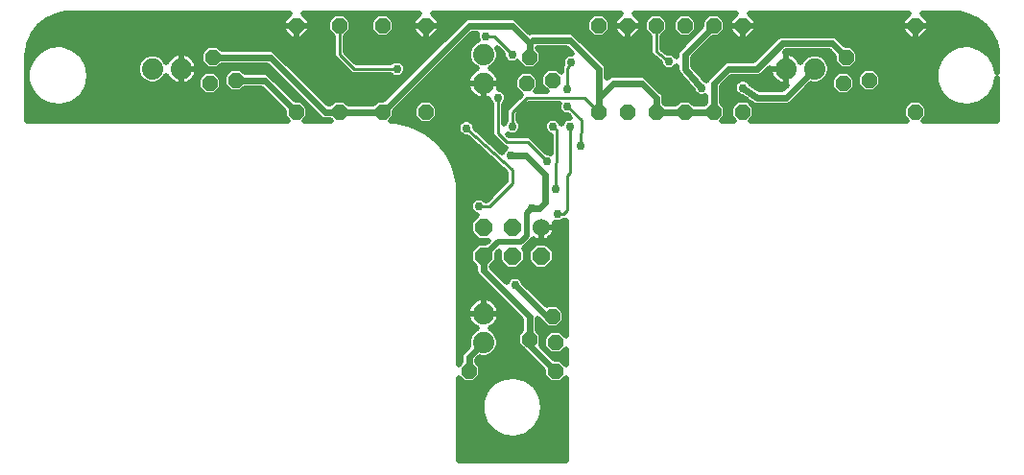
<source format=gbl>
G75*
%MOIN*%
%OFA0B0*%
%FSLAX25Y25*%
%IPPOS*%
%LPD*%
%AMOC8*
5,1,8,0,0,1.08239X$1,22.5*
%
%ADD10OC8,0.05200*%
%ADD11C,0.06000*%
%ADD12OC8,0.06000*%
%ADD13C,0.07400*%
%ADD14C,0.02400*%
%ADD15C,0.01000*%
%ADD16C,0.02978*%
%ADD17C,0.02000*%
D10*
X0167000Y0047000D03*
X0188000Y0058000D03*
X0197000Y0057000D03*
X0196000Y0066000D03*
X0197000Y0047000D03*
X0212000Y0137000D03*
X0222000Y0137000D03*
X0232000Y0137000D03*
X0242000Y0137000D03*
X0252000Y0137000D03*
X0262000Y0137000D03*
X0297000Y0147000D03*
X0306000Y0148000D03*
X0298000Y0156000D03*
X0322000Y0167000D03*
X0322000Y0137000D03*
X0262000Y0167000D03*
X0252000Y0167000D03*
X0242000Y0167000D03*
X0232000Y0167000D03*
X0222000Y0167000D03*
X0212000Y0167000D03*
X0188000Y0156000D03*
X0196000Y0148000D03*
X0187000Y0147000D03*
X0152000Y0137000D03*
X0137000Y0137000D03*
X0122000Y0137000D03*
X0107000Y0137000D03*
X0086000Y0148000D03*
X0077000Y0147000D03*
X0078000Y0156000D03*
X0107000Y0167000D03*
X0122000Y0167000D03*
X0137000Y0167000D03*
X0152000Y0167000D03*
D11*
X0192000Y0097000D03*
D12*
X0182000Y0097000D03*
X0172000Y0097000D03*
X0172000Y0087000D03*
X0182000Y0087000D03*
X0192000Y0087000D03*
D13*
X0172000Y0067000D03*
X0172000Y0057000D03*
X0172000Y0147000D03*
X0172000Y0157000D03*
X0067000Y0152000D03*
X0057000Y0152000D03*
X0277000Y0152000D03*
X0287000Y0152000D03*
D14*
X0277000Y0142000D01*
X0267000Y0142000D01*
X0262200Y0145400D01*
X0257000Y0152000D02*
X0252000Y0147000D01*
X0252000Y0137000D01*
X0242000Y0137000D01*
X0232000Y0137000D01*
X0232000Y0142000D01*
X0227000Y0147000D01*
X0217000Y0147000D01*
X0212000Y0142000D01*
X0212000Y0137000D01*
X0212000Y0152000D01*
X0202000Y0162000D01*
X0189000Y0162000D01*
X0188000Y0161000D01*
X0188000Y0156000D01*
X0188000Y0161000D02*
X0182000Y0167000D01*
X0167000Y0167000D01*
X0137000Y0137000D01*
X0122000Y0137000D01*
X0117000Y0137000D01*
X0098000Y0156000D01*
X0078000Y0156000D01*
X0086000Y0148000D02*
X0096000Y0148000D01*
X0107000Y0137000D01*
X0181552Y0122021D02*
X0186709Y0122021D01*
X0193419Y0115311D01*
X0193419Y0105616D01*
X0191303Y0103500D01*
X0188700Y0103500D01*
X0172000Y0087000D02*
X0172000Y0082000D01*
X0188000Y0066000D01*
X0188000Y0058000D01*
X0188000Y0056000D01*
X0197000Y0047000D01*
X0172000Y0057000D02*
X0167000Y0052000D01*
X0167000Y0047000D01*
X0194000Y0066000D02*
X0196000Y0066000D01*
X0194000Y0066000D02*
X0183000Y0077000D01*
X0247800Y0145400D02*
X0242000Y0152000D01*
X0242000Y0157000D01*
X0252000Y0167000D01*
X0267000Y0152000D02*
X0275900Y0160900D01*
X0293100Y0160900D01*
X0298000Y0156000D01*
X0267000Y0152000D02*
X0257000Y0152000D01*
D15*
X0236500Y0154611D02*
X0232000Y0158011D01*
X0232000Y0167000D01*
X0202500Y0154200D02*
X0201047Y0151947D01*
X0201047Y0145015D01*
X0207000Y0142000D02*
X0187000Y0142000D01*
X0182000Y0137000D01*
X0182000Y0132000D01*
X0177000Y0129700D02*
X0180000Y0126700D01*
X0187311Y0126700D01*
X0194119Y0119892D01*
X0192000Y0122011D01*
X0197108Y0119220D02*
X0197400Y0119512D01*
X0197400Y0130778D01*
X0196178Y0132000D01*
X0202000Y0132000D02*
X0202000Y0115966D01*
X0201855Y0115567D01*
X0201120Y0114833D01*
X0201120Y0102786D01*
X0199850Y0101515D01*
X0197797Y0101515D01*
X0197108Y0110100D02*
X0197108Y0119220D01*
X0201120Y0115086D02*
X0202000Y0115966D01*
X0205833Y0125362D02*
X0205933Y0133867D01*
X0205933Y0134167D01*
X0201200Y0138900D01*
X0207000Y0142000D02*
X0212000Y0137000D01*
X0177000Y0142000D02*
X0177000Y0129700D01*
X0166100Y0131400D02*
X0182000Y0117000D01*
X0182000Y0112244D01*
X0174056Y0104300D01*
X0170400Y0104300D01*
X0142000Y0152000D02*
X0127000Y0152000D01*
X0122000Y0157000D01*
X0122000Y0167000D01*
X0172800Y0163300D02*
X0172900Y0163300D01*
X0175700Y0163300D01*
X0182000Y0157000D01*
D16*
X0182000Y0157000D03*
X0172900Y0163300D03*
X0202500Y0154200D03*
X0201047Y0145015D03*
X0201200Y0138900D03*
X0202000Y0132000D03*
X0196178Y0132000D03*
X0188600Y0131600D03*
X0182000Y0132000D03*
X0166100Y0131400D03*
X0162000Y0137700D03*
X0177000Y0142000D03*
X0205833Y0125362D03*
X0194119Y0119892D03*
X0181552Y0122021D03*
X0167200Y0112900D03*
X0170400Y0104300D03*
X0188700Y0103500D03*
X0197797Y0101515D03*
X0197108Y0110100D03*
X0183000Y0077000D03*
X0287600Y0136100D03*
X0262200Y0145400D03*
X0247800Y0145400D03*
X0236500Y0154611D03*
X0142000Y0152000D03*
D17*
X0163380Y0044680D02*
X0163380Y0015860D01*
X0200620Y0015860D01*
X0200620Y0044680D01*
X0198740Y0042800D01*
X0195260Y0042800D01*
X0192800Y0045260D01*
X0192800Y0047240D01*
X0185626Y0054414D01*
X0185612Y0054448D01*
X0183800Y0056260D01*
X0183800Y0059740D01*
X0185200Y0061140D01*
X0185200Y0064840D01*
X0170414Y0079626D01*
X0170414Y0079626D01*
X0169626Y0080414D01*
X0169200Y0081443D01*
X0169200Y0083295D01*
X0167400Y0085095D01*
X0167400Y0088905D01*
X0170095Y0091600D01*
X0172923Y0091600D01*
X0173723Y0092400D01*
X0170095Y0092400D01*
X0167400Y0095095D01*
X0167400Y0098905D01*
X0169729Y0101234D01*
X0168650Y0101681D01*
X0167781Y0102550D01*
X0167311Y0103686D01*
X0167311Y0104914D01*
X0167781Y0106050D01*
X0168650Y0106919D01*
X0169786Y0107389D01*
X0171014Y0107389D01*
X0172150Y0106919D01*
X0172668Y0106400D01*
X0173186Y0106400D01*
X0179900Y0113114D01*
X0179900Y0116069D01*
X0166382Y0128311D01*
X0165486Y0128311D01*
X0164350Y0128781D01*
X0163481Y0129650D01*
X0163011Y0130786D01*
X0163011Y0132014D01*
X0163481Y0133150D01*
X0164350Y0134019D01*
X0165486Y0134489D01*
X0166714Y0134489D01*
X0167850Y0134019D01*
X0168719Y0133150D01*
X0169189Y0132014D01*
X0169189Y0131436D01*
X0178584Y0122927D01*
X0178933Y0123770D01*
X0179763Y0124600D01*
X0179130Y0124600D01*
X0177900Y0125830D01*
X0174900Y0128830D01*
X0174900Y0139732D01*
X0174381Y0140250D01*
X0173911Y0141386D01*
X0173911Y0141628D01*
X0173335Y0141440D01*
X0172449Y0141300D01*
X0172000Y0141300D01*
X0172000Y0147000D01*
X0177700Y0147000D01*
X0177700Y0147449D01*
X0177560Y0148335D01*
X0177282Y0149188D01*
X0176875Y0149987D01*
X0176348Y0150713D01*
X0175713Y0151348D01*
X0174987Y0151875D01*
X0174310Y0152220D01*
X0175002Y0152507D01*
X0176493Y0153998D01*
X0177300Y0155946D01*
X0177300Y0158054D01*
X0176822Y0159208D01*
X0178911Y0157119D01*
X0178911Y0156386D01*
X0179381Y0155250D01*
X0180250Y0154381D01*
X0181386Y0153911D01*
X0182614Y0153911D01*
X0183750Y0154381D01*
X0183800Y0154432D01*
X0183800Y0154260D01*
X0186260Y0151800D01*
X0189740Y0151800D01*
X0192200Y0154260D01*
X0192200Y0157740D01*
X0190800Y0159140D01*
X0190800Y0159200D01*
X0200840Y0159200D01*
X0202751Y0157289D01*
X0201886Y0157289D01*
X0200750Y0156819D01*
X0199881Y0155950D01*
X0199411Y0154814D01*
X0199411Y0153586D01*
X0199487Y0153402D01*
X0199404Y0153274D01*
X0198947Y0152817D01*
X0198947Y0152566D01*
X0198811Y0152354D01*
X0198947Y0151723D01*
X0198947Y0150992D01*
X0197740Y0152200D01*
X0194260Y0152200D01*
X0191800Y0149740D01*
X0191800Y0146260D01*
X0193960Y0144100D01*
X0190040Y0144100D01*
X0191200Y0145260D01*
X0191200Y0148740D01*
X0188740Y0151200D01*
X0185260Y0151200D01*
X0182800Y0148740D01*
X0182800Y0145260D01*
X0185045Y0143015D01*
X0181130Y0139100D01*
X0179900Y0137870D01*
X0179900Y0134268D01*
X0179381Y0133750D01*
X0179100Y0133071D01*
X0179100Y0139732D01*
X0179619Y0140250D01*
X0180089Y0141386D01*
X0180089Y0142614D01*
X0179619Y0143750D01*
X0178750Y0144619D01*
X0177614Y0145089D01*
X0177372Y0145089D01*
X0177560Y0145665D01*
X0177700Y0146551D01*
X0177700Y0147000D01*
X0172000Y0147000D01*
X0172000Y0147000D01*
X0172000Y0147000D01*
X0166300Y0147000D01*
X0166300Y0147449D01*
X0166440Y0148335D01*
X0166718Y0149188D01*
X0167125Y0149987D01*
X0167652Y0150713D01*
X0168287Y0151348D01*
X0169013Y0151875D01*
X0169690Y0152220D01*
X0168998Y0152507D01*
X0167507Y0153998D01*
X0166700Y0155946D01*
X0166700Y0158054D01*
X0167507Y0160002D01*
X0168998Y0161493D01*
X0170114Y0161955D01*
X0169811Y0162686D01*
X0169811Y0163914D01*
X0169929Y0164200D01*
X0168160Y0164200D01*
X0141200Y0137240D01*
X0141200Y0135260D01*
X0139910Y0133970D01*
X0141474Y0133970D01*
X0146898Y0132733D01*
X0146898Y0132733D01*
X0151910Y0130319D01*
X0151910Y0130319D01*
X0156260Y0126850D01*
X0156260Y0126850D01*
X0156260Y0126850D01*
X0159728Y0122501D01*
X0159728Y0122501D01*
X0162142Y0117489D01*
X0162142Y0117489D01*
X0163380Y0112065D01*
X0163380Y0049320D01*
X0164200Y0050140D01*
X0164200Y0052557D01*
X0164626Y0053586D01*
X0165414Y0054374D01*
X0166784Y0055744D01*
X0166700Y0055946D01*
X0166700Y0058054D01*
X0167507Y0060002D01*
X0168998Y0061493D01*
X0169690Y0061780D01*
X0169013Y0062125D01*
X0168287Y0062652D01*
X0167652Y0063287D01*
X0167125Y0064013D01*
X0166718Y0064812D01*
X0166440Y0065665D01*
X0166300Y0066551D01*
X0166300Y0067000D01*
X0172000Y0067000D01*
X0172000Y0067000D01*
X0172000Y0072700D01*
X0172449Y0072700D01*
X0173335Y0072560D01*
X0174188Y0072282D01*
X0174987Y0071875D01*
X0175713Y0071348D01*
X0176348Y0070713D01*
X0176875Y0069987D01*
X0177282Y0069188D01*
X0177560Y0068335D01*
X0177700Y0067449D01*
X0177700Y0067000D01*
X0172000Y0067000D01*
X0172000Y0067000D01*
X0172000Y0067000D01*
X0172000Y0072700D01*
X0171551Y0072700D01*
X0170665Y0072560D01*
X0169812Y0072282D01*
X0169013Y0071875D01*
X0168287Y0071348D01*
X0167652Y0070713D01*
X0167125Y0069987D01*
X0166718Y0069188D01*
X0166440Y0068335D01*
X0166300Y0067449D01*
X0166300Y0067000D01*
X0172000Y0067000D01*
X0177700Y0067000D01*
X0177700Y0066551D01*
X0177560Y0065665D01*
X0177282Y0064812D01*
X0176875Y0064013D01*
X0176348Y0063287D01*
X0175713Y0062652D01*
X0174987Y0062125D01*
X0174310Y0061780D01*
X0175002Y0061493D01*
X0176493Y0060002D01*
X0177300Y0058054D01*
X0177300Y0055946D01*
X0176493Y0053998D01*
X0175002Y0052507D01*
X0173054Y0051700D01*
X0170946Y0051700D01*
X0170744Y0051784D01*
X0169800Y0050840D01*
X0169800Y0050140D01*
X0171200Y0048740D01*
X0171200Y0045260D01*
X0168740Y0042800D01*
X0165260Y0042800D01*
X0163380Y0044680D01*
X0163380Y0042876D02*
X0165184Y0042876D01*
X0163380Y0040878D02*
X0173324Y0040878D01*
X0172726Y0040222D02*
X0172726Y0040222D01*
X0171278Y0036485D01*
X0171278Y0032476D01*
X0172726Y0028738D01*
X0175427Y0025776D01*
X0179015Y0023989D01*
X0183006Y0023619D01*
X0186862Y0024716D01*
X0190061Y0027132D01*
X0192171Y0030540D01*
X0192907Y0034480D01*
X0192171Y0038421D01*
X0190061Y0041829D01*
X0190061Y0041829D01*
X0190061Y0041829D01*
X0186862Y0044244D01*
X0183006Y0045341D01*
X0179015Y0044971D01*
X0175427Y0043185D01*
X0175427Y0043185D01*
X0175427Y0043185D01*
X0172726Y0040222D01*
X0172206Y0038879D02*
X0163380Y0038879D01*
X0163380Y0036881D02*
X0171432Y0036881D01*
X0171278Y0034882D02*
X0163380Y0034882D01*
X0163380Y0032884D02*
X0171278Y0032884D01*
X0171894Y0030885D02*
X0163380Y0030885D01*
X0163380Y0028887D02*
X0172669Y0028887D01*
X0172726Y0028738D02*
X0172726Y0028738D01*
X0174413Y0026888D02*
X0163380Y0026888D01*
X0163380Y0024890D02*
X0177206Y0024890D01*
X0175427Y0025776D02*
X0175427Y0025776D01*
X0187092Y0024890D02*
X0200620Y0024890D01*
X0200620Y0026888D02*
X0189738Y0026888D01*
X0190061Y0027132D02*
X0190061Y0027132D01*
X0190061Y0027132D01*
X0191147Y0028887D02*
X0200620Y0028887D01*
X0200620Y0030885D02*
X0192235Y0030885D01*
X0192171Y0030540D02*
X0192171Y0030540D01*
X0192609Y0032884D02*
X0200620Y0032884D01*
X0200620Y0034882D02*
X0192832Y0034882D01*
X0192459Y0036881D02*
X0200620Y0036881D01*
X0200620Y0038879D02*
X0191887Y0038879D01*
X0192171Y0038421D02*
X0192171Y0038421D01*
X0190649Y0040878D02*
X0200620Y0040878D01*
X0200620Y0042876D02*
X0198816Y0042876D01*
X0195184Y0042876D02*
X0188673Y0042876D01*
X0186862Y0044244D02*
X0186862Y0044244D01*
X0184645Y0044875D02*
X0193185Y0044875D01*
X0192800Y0046873D02*
X0171200Y0046873D01*
X0171068Y0048872D02*
X0191168Y0048872D01*
X0189170Y0050870D02*
X0169830Y0050870D01*
X0175364Y0052869D02*
X0187171Y0052869D01*
X0185193Y0054868D02*
X0176853Y0054868D01*
X0177300Y0056866D02*
X0183800Y0056866D01*
X0183800Y0058865D02*
X0176964Y0058865D01*
X0175632Y0060863D02*
X0184923Y0060863D01*
X0185200Y0062862D02*
X0175923Y0062862D01*
X0177298Y0064860D02*
X0185180Y0064860D01*
X0183182Y0066859D02*
X0177700Y0066859D01*
X0177390Y0068857D02*
X0181183Y0068857D01*
X0179185Y0070856D02*
X0176205Y0070856D01*
X0177186Y0072854D02*
X0163380Y0072854D01*
X0163380Y0070856D02*
X0167795Y0070856D01*
X0166610Y0068857D02*
X0163380Y0068857D01*
X0163380Y0066859D02*
X0166300Y0066859D01*
X0166702Y0064860D02*
X0163380Y0064860D01*
X0163380Y0062862D02*
X0168077Y0062862D01*
X0168368Y0060863D02*
X0163380Y0060863D01*
X0163380Y0058865D02*
X0167036Y0058865D01*
X0166700Y0056866D02*
X0163380Y0056866D01*
X0163380Y0054868D02*
X0165908Y0054868D01*
X0164329Y0052869D02*
X0163380Y0052869D01*
X0163380Y0050870D02*
X0164200Y0050870D01*
X0170815Y0044875D02*
X0178821Y0044875D01*
X0179015Y0044971D02*
X0179015Y0044971D01*
X0183006Y0045341D02*
X0183006Y0045341D01*
X0175146Y0042876D02*
X0168816Y0042876D01*
X0191950Y0056010D02*
X0192200Y0056260D01*
X0192200Y0059740D01*
X0190800Y0061140D01*
X0190800Y0065240D01*
X0191626Y0064414D01*
X0192414Y0063626D01*
X0192448Y0063612D01*
X0194260Y0061800D01*
X0197740Y0061800D01*
X0200200Y0064260D01*
X0200200Y0067740D01*
X0197740Y0070200D01*
X0194260Y0070200D01*
X0194010Y0069950D01*
X0185908Y0078052D01*
X0185619Y0078750D01*
X0184750Y0079619D01*
X0183614Y0080089D01*
X0182386Y0080089D01*
X0181250Y0079619D01*
X0180381Y0078750D01*
X0180038Y0077922D01*
X0174800Y0083160D01*
X0174800Y0083295D01*
X0176600Y0085095D01*
X0176600Y0087923D01*
X0177400Y0088723D01*
X0177400Y0085095D01*
X0180095Y0082400D01*
X0183905Y0082400D01*
X0186600Y0085095D01*
X0186600Y0088905D01*
X0185933Y0089572D01*
X0186473Y0089796D01*
X0188473Y0091796D01*
X0189204Y0092527D01*
X0189307Y0092776D01*
X0189379Y0092724D01*
X0190081Y0092366D01*
X0190829Y0092123D01*
X0191606Y0092000D01*
X0192000Y0092000D01*
X0192394Y0092000D01*
X0193171Y0092123D01*
X0193919Y0092366D01*
X0194621Y0092724D01*
X0195257Y0093186D01*
X0195814Y0093743D01*
X0196276Y0094379D01*
X0196634Y0095081D01*
X0196877Y0095829D01*
X0197000Y0096606D01*
X0197000Y0097000D01*
X0197000Y0097394D01*
X0196877Y0098171D01*
X0196733Y0098612D01*
X0197183Y0098426D01*
X0198412Y0098426D01*
X0199547Y0098897D01*
X0200066Y0099415D01*
X0200620Y0099415D01*
X0200620Y0059320D01*
X0198740Y0061200D01*
X0195260Y0061200D01*
X0192800Y0058740D01*
X0192800Y0055260D01*
X0195260Y0052800D01*
X0198740Y0052800D01*
X0200620Y0054680D01*
X0200620Y0049320D01*
X0198740Y0051200D01*
X0196760Y0051200D01*
X0191950Y0056010D01*
X0192200Y0056866D02*
X0192800Y0056866D01*
X0192925Y0058865D02*
X0192200Y0058865D01*
X0191077Y0060863D02*
X0194923Y0060863D01*
X0193199Y0062862D02*
X0190800Y0062862D01*
X0190800Y0064860D02*
X0191180Y0064860D01*
X0198801Y0062862D02*
X0200620Y0062862D01*
X0200620Y0064860D02*
X0200200Y0064860D01*
X0200200Y0066859D02*
X0200620Y0066859D01*
X0200620Y0068857D02*
X0199083Y0068857D01*
X0200620Y0070856D02*
X0193104Y0070856D01*
X0191106Y0072854D02*
X0200620Y0072854D01*
X0200620Y0074853D02*
X0189107Y0074853D01*
X0187109Y0076851D02*
X0200620Y0076851D01*
X0200620Y0078850D02*
X0185519Y0078850D01*
X0184352Y0082847D02*
X0189648Y0082847D01*
X0190095Y0082400D02*
X0193905Y0082400D01*
X0196600Y0085095D01*
X0196600Y0088905D01*
X0193905Y0091600D01*
X0190095Y0091600D01*
X0187400Y0088905D01*
X0187400Y0085095D01*
X0190095Y0082400D01*
X0187649Y0084845D02*
X0186351Y0084845D01*
X0186600Y0086844D02*
X0187400Y0086844D01*
X0187400Y0088842D02*
X0186600Y0088842D01*
X0187518Y0090841D02*
X0189335Y0090841D01*
X0192000Y0092000D02*
X0192000Y0097000D01*
X0197000Y0097000D01*
X0192000Y0097000D01*
X0192000Y0097000D01*
X0192000Y0092000D01*
X0192000Y0092839D02*
X0192000Y0092839D01*
X0192000Y0094838D02*
X0192000Y0094838D01*
X0192000Y0096836D02*
X0192000Y0096836D01*
X0192000Y0097000D02*
X0192000Y0097000D01*
X0197000Y0096836D02*
X0200620Y0096836D01*
X0200620Y0094838D02*
X0196510Y0094838D01*
X0194780Y0092839D02*
X0200620Y0092839D01*
X0200620Y0090841D02*
X0194665Y0090841D01*
X0196600Y0088842D02*
X0200620Y0088842D01*
X0200620Y0086844D02*
X0196600Y0086844D01*
X0196351Y0084845D02*
X0200620Y0084845D01*
X0200620Y0082847D02*
X0194352Y0082847D01*
X0200620Y0080848D02*
X0177112Y0080848D01*
X0179110Y0078850D02*
X0180481Y0078850D01*
X0179648Y0082847D02*
X0175113Y0082847D01*
X0176351Y0084845D02*
X0177649Y0084845D01*
X0177400Y0086844D02*
X0176600Y0086844D01*
X0172000Y0087000D02*
X0177000Y0092000D01*
X0185000Y0092000D01*
X0187000Y0094000D01*
X0187000Y0101800D01*
X0188700Y0103500D01*
X0199398Y0098835D02*
X0200620Y0098835D01*
X0177612Y0110826D02*
X0163380Y0110826D01*
X0163380Y0108827D02*
X0175614Y0108827D01*
X0173615Y0106829D02*
X0172240Y0106829D01*
X0168560Y0106829D02*
X0163380Y0106829D01*
X0163380Y0104830D02*
X0167311Y0104830D01*
X0167665Y0102832D02*
X0163380Y0102832D01*
X0163380Y0100833D02*
X0169328Y0100833D01*
X0167400Y0098835D02*
X0163380Y0098835D01*
X0163380Y0096836D02*
X0167400Y0096836D01*
X0167657Y0094838D02*
X0163380Y0094838D01*
X0163380Y0092839D02*
X0169655Y0092839D01*
X0169335Y0090841D02*
X0163380Y0090841D01*
X0163380Y0088842D02*
X0167400Y0088842D01*
X0167400Y0086844D02*
X0163380Y0086844D01*
X0163380Y0084845D02*
X0167649Y0084845D01*
X0169200Y0082847D02*
X0163380Y0082847D01*
X0163380Y0080848D02*
X0169446Y0080848D01*
X0171191Y0078850D02*
X0163380Y0078850D01*
X0163380Y0076851D02*
X0173189Y0076851D01*
X0175188Y0074853D02*
X0163380Y0074853D01*
X0172000Y0070856D02*
X0172000Y0070856D01*
X0172000Y0068857D02*
X0172000Y0068857D01*
X0193092Y0054868D02*
X0193193Y0054868D01*
X0195091Y0052869D02*
X0195191Y0052869D01*
X0198809Y0052869D02*
X0200620Y0052869D01*
X0200620Y0050870D02*
X0199069Y0050870D01*
X0199077Y0060863D02*
X0200620Y0060863D01*
X0200620Y0022891D02*
X0163380Y0022891D01*
X0163380Y0020893D02*
X0200620Y0020893D01*
X0200620Y0018894D02*
X0163380Y0018894D01*
X0163380Y0016896D02*
X0200620Y0016896D01*
X0179611Y0112824D02*
X0163207Y0112824D01*
X0162750Y0114823D02*
X0179900Y0114823D01*
X0179069Y0116821D02*
X0162294Y0116821D01*
X0161501Y0118820D02*
X0176862Y0118820D01*
X0174656Y0120818D02*
X0160538Y0120818D01*
X0159476Y0122817D02*
X0172449Y0122817D01*
X0170242Y0124815D02*
X0157882Y0124815D01*
X0156289Y0126814D02*
X0168035Y0126814D01*
X0164319Y0128812D02*
X0153799Y0128812D01*
X0150888Y0130811D02*
X0163011Y0130811D01*
X0163340Y0132809D02*
X0153749Y0132809D01*
X0153740Y0132800D02*
X0156200Y0135260D01*
X0156200Y0138740D01*
X0153740Y0141200D01*
X0150260Y0141200D01*
X0147800Y0138740D01*
X0147800Y0135260D01*
X0150260Y0132800D01*
X0153740Y0132800D01*
X0155748Y0134808D02*
X0174900Y0134808D01*
X0174900Y0136806D02*
X0156200Y0136806D01*
X0156135Y0138805D02*
X0174900Y0138805D01*
X0174152Y0140803D02*
X0154136Y0140803D01*
X0149864Y0140803D02*
X0144763Y0140803D01*
X0142765Y0138805D02*
X0147865Y0138805D01*
X0147800Y0136806D02*
X0141200Y0136806D01*
X0140748Y0134808D02*
X0148252Y0134808D01*
X0146561Y0132809D02*
X0150251Y0132809D01*
X0137240Y0141200D02*
X0135260Y0141200D01*
X0133860Y0139800D01*
X0125140Y0139800D01*
X0123740Y0141200D01*
X0120260Y0141200D01*
X0118860Y0139800D01*
X0118160Y0139800D01*
X0099586Y0158374D01*
X0098557Y0158800D01*
X0081140Y0158800D01*
X0079740Y0160200D01*
X0076260Y0160200D01*
X0073800Y0157740D01*
X0073800Y0154260D01*
X0076260Y0151800D01*
X0079740Y0151800D01*
X0081140Y0153200D01*
X0096840Y0153200D01*
X0115414Y0134626D01*
X0116443Y0134200D01*
X0118860Y0134200D01*
X0119090Y0133970D01*
X0109910Y0133970D01*
X0111200Y0135260D01*
X0111200Y0138740D01*
X0108740Y0141200D01*
X0106760Y0141200D01*
X0097586Y0150374D01*
X0096557Y0150800D01*
X0089140Y0150800D01*
X0087740Y0152200D01*
X0084260Y0152200D01*
X0081800Y0149740D01*
X0081800Y0146260D01*
X0084260Y0143800D01*
X0087740Y0143800D01*
X0089140Y0145200D01*
X0094840Y0145200D01*
X0102800Y0137240D01*
X0102800Y0135260D01*
X0104090Y0133970D01*
X0013571Y0133970D01*
X0013571Y0156528D01*
X0013663Y0158172D01*
X0013663Y0158172D01*
X0014395Y0161377D01*
X0015822Y0164339D01*
X0017872Y0166910D01*
X0020442Y0168960D01*
X0023405Y0170387D01*
X0026610Y0171118D01*
X0028254Y0171211D01*
X0104705Y0171211D01*
X0102400Y0168905D01*
X0102400Y0167000D01*
X0107000Y0167000D01*
X0111600Y0167000D01*
X0111600Y0168905D01*
X0109295Y0171211D01*
X0149705Y0171211D01*
X0147400Y0168905D01*
X0147400Y0167000D01*
X0152000Y0167000D01*
X0156600Y0167000D01*
X0156600Y0168905D01*
X0154295Y0171211D01*
X0219705Y0171211D01*
X0217400Y0168905D01*
X0217400Y0167000D01*
X0222000Y0167000D01*
X0226600Y0167000D01*
X0226600Y0168905D01*
X0224295Y0171211D01*
X0259705Y0171211D01*
X0257400Y0168905D01*
X0257400Y0167000D01*
X0262000Y0167000D01*
X0266600Y0167000D01*
X0266600Y0168905D01*
X0264295Y0171211D01*
X0319705Y0171211D01*
X0317400Y0168905D01*
X0317400Y0167000D01*
X0322000Y0167000D01*
X0326600Y0167000D01*
X0326600Y0168905D01*
X0324295Y0171211D01*
X0335746Y0171211D01*
X0337390Y0171118D01*
X0340595Y0170387D01*
X0343558Y0168960D01*
X0346128Y0166910D01*
X0348178Y0164339D01*
X0349605Y0161377D01*
X0350337Y0158172D01*
X0350429Y0156528D01*
X0350429Y0150501D01*
X0349854Y0153578D01*
X0347744Y0156986D01*
X0347744Y0156986D01*
X0347744Y0156986D01*
X0344545Y0159402D01*
X0344545Y0159402D01*
X0340689Y0160499D01*
X0336698Y0160129D01*
X0333110Y0158342D01*
X0333110Y0158342D01*
X0330409Y0155380D01*
X0330409Y0155380D01*
X0328961Y0151642D01*
X0328961Y0147634D01*
X0330409Y0143896D01*
X0330409Y0143896D01*
X0333110Y0140933D01*
X0336698Y0139147D01*
X0340689Y0138777D01*
X0344545Y0139874D01*
X0347744Y0142289D01*
X0347744Y0142289D01*
X0347744Y0142289D01*
X0349854Y0145698D01*
X0350429Y0148774D01*
X0350429Y0133970D01*
X0324910Y0133970D01*
X0326200Y0135260D01*
X0326200Y0138740D01*
X0323740Y0141200D01*
X0320260Y0141200D01*
X0317800Y0138740D01*
X0317800Y0135260D01*
X0319090Y0133970D01*
X0264910Y0133970D01*
X0266200Y0135260D01*
X0266200Y0138740D01*
X0264843Y0140096D01*
X0265188Y0139852D01*
X0265414Y0139626D01*
X0265638Y0139533D01*
X0265836Y0139393D01*
X0266148Y0139322D01*
X0266443Y0139200D01*
X0266686Y0139200D01*
X0266922Y0139146D01*
X0267237Y0139200D01*
X0277557Y0139200D01*
X0278586Y0139626D01*
X0279374Y0140414D01*
X0285744Y0146784D01*
X0285946Y0146700D01*
X0288054Y0146700D01*
X0290002Y0147507D01*
X0291493Y0148998D01*
X0292300Y0150946D01*
X0292300Y0153054D01*
X0291493Y0155002D01*
X0290002Y0156493D01*
X0288054Y0157300D01*
X0285946Y0157300D01*
X0283998Y0156493D01*
X0282507Y0155002D01*
X0282220Y0154310D01*
X0281875Y0154987D01*
X0281348Y0155713D01*
X0280713Y0156348D01*
X0279987Y0156875D01*
X0279188Y0157282D01*
X0278335Y0157560D01*
X0277449Y0157700D01*
X0277000Y0157700D01*
X0277000Y0152000D01*
X0277000Y0152000D01*
X0277000Y0157700D01*
X0276660Y0157700D01*
X0277060Y0158100D01*
X0291940Y0158100D01*
X0293800Y0156240D01*
X0293800Y0154260D01*
X0296260Y0151800D01*
X0299740Y0151800D01*
X0302200Y0154260D01*
X0302200Y0157740D01*
X0299740Y0160200D01*
X0297760Y0160200D01*
X0295474Y0162486D01*
X0294686Y0163274D01*
X0293657Y0163700D01*
X0275343Y0163700D01*
X0274314Y0163274D01*
X0273526Y0162486D01*
X0265840Y0154800D01*
X0256443Y0154800D01*
X0255414Y0154374D01*
X0249626Y0148586D01*
X0249414Y0148075D01*
X0249041Y0148229D01*
X0244800Y0153055D01*
X0244800Y0155840D01*
X0251760Y0162800D01*
X0253740Y0162800D01*
X0256200Y0165260D01*
X0256200Y0168740D01*
X0253740Y0171200D01*
X0250260Y0171200D01*
X0247800Y0168740D01*
X0247800Y0166760D01*
X0239626Y0158586D01*
X0239200Y0157557D01*
X0239200Y0156164D01*
X0239119Y0156361D01*
X0238250Y0157230D01*
X0237114Y0157700D01*
X0235895Y0157700D01*
X0234100Y0159056D01*
X0234100Y0163160D01*
X0236200Y0165260D01*
X0236200Y0168740D01*
X0233740Y0171200D01*
X0230260Y0171200D01*
X0227800Y0168740D01*
X0227800Y0165260D01*
X0229900Y0163160D01*
X0229900Y0158715D01*
X0229800Y0158583D01*
X0229900Y0157866D01*
X0229900Y0157141D01*
X0230017Y0157024D01*
X0230040Y0156860D01*
X0230618Y0156423D01*
X0231130Y0155911D01*
X0231296Y0155911D01*
X0233411Y0154313D01*
X0233411Y0153997D01*
X0233881Y0152861D01*
X0234750Y0151992D01*
X0235886Y0151522D01*
X0237114Y0151522D01*
X0238250Y0151992D01*
X0239119Y0152861D01*
X0239200Y0153058D01*
X0239200Y0152090D01*
X0239170Y0151624D01*
X0239200Y0151536D01*
X0239200Y0151443D01*
X0239379Y0151012D01*
X0239529Y0150570D01*
X0239591Y0150500D01*
X0239626Y0150414D01*
X0239956Y0150084D01*
X0244799Y0144573D01*
X0245181Y0143650D01*
X0246050Y0142781D01*
X0247186Y0142311D01*
X0248414Y0142311D01*
X0249200Y0142636D01*
X0249200Y0140140D01*
X0248860Y0139800D01*
X0245140Y0139800D01*
X0243740Y0141200D01*
X0240260Y0141200D01*
X0238860Y0139800D01*
X0235140Y0139800D01*
X0234800Y0140140D01*
X0234800Y0142557D01*
X0234374Y0143586D01*
X0233586Y0144374D01*
X0228586Y0149374D01*
X0227557Y0149800D01*
X0216443Y0149800D01*
X0215414Y0149374D01*
X0214800Y0148760D01*
X0214800Y0152557D01*
X0214374Y0153586D01*
X0203586Y0164374D01*
X0202557Y0164800D01*
X0188443Y0164800D01*
X0188243Y0164717D01*
X0183586Y0169374D01*
X0182557Y0169800D01*
X0166443Y0169800D01*
X0165414Y0169374D01*
X0164626Y0168586D01*
X0137240Y0141200D01*
X0138842Y0142802D02*
X0115158Y0142802D01*
X0117156Y0140803D02*
X0119864Y0140803D01*
X0124136Y0140803D02*
X0134864Y0140803D01*
X0140841Y0144801D02*
X0113159Y0144801D01*
X0111161Y0146799D02*
X0142839Y0146799D01*
X0142614Y0148911D02*
X0143750Y0149381D01*
X0144619Y0150250D01*
X0145089Y0151386D01*
X0145089Y0152614D01*
X0144619Y0153750D01*
X0143750Y0154619D01*
X0142614Y0155089D01*
X0141386Y0155089D01*
X0140250Y0154619D01*
X0139732Y0154100D01*
X0127870Y0154100D01*
X0124100Y0157870D01*
X0124100Y0163160D01*
X0126200Y0165260D01*
X0126200Y0168740D01*
X0123740Y0171200D01*
X0120260Y0171200D01*
X0117800Y0168740D01*
X0117800Y0165260D01*
X0119900Y0163160D01*
X0119900Y0156130D01*
X0121130Y0154900D01*
X0126130Y0149900D01*
X0139732Y0149900D01*
X0140250Y0149381D01*
X0141386Y0148911D01*
X0142614Y0148911D01*
X0144838Y0148798D02*
X0109162Y0148798D01*
X0107164Y0150796D02*
X0125234Y0150796D01*
X0123236Y0152795D02*
X0105165Y0152795D01*
X0103167Y0154793D02*
X0121237Y0154793D01*
X0119900Y0156792D02*
X0101168Y0156792D01*
X0098581Y0158790D02*
X0119900Y0158790D01*
X0119900Y0160789D02*
X0014261Y0160789D01*
X0013805Y0158790D02*
X0018644Y0158790D01*
X0017744Y0158342D02*
X0021332Y0160129D01*
X0021332Y0160129D01*
X0025324Y0160499D01*
X0025324Y0160499D01*
X0029179Y0159402D01*
X0029179Y0159402D01*
X0032378Y0156986D01*
X0032378Y0156986D01*
X0034488Y0153578D01*
X0035225Y0149638D01*
X0035225Y0149638D01*
X0034488Y0145698D01*
X0032378Y0142289D01*
X0032378Y0142289D01*
X0029179Y0139874D01*
X0029179Y0139874D01*
X0025324Y0138777D01*
X0025324Y0138777D01*
X0021332Y0139147D01*
X0021332Y0139147D01*
X0017744Y0140933D01*
X0017744Y0140933D01*
X0015043Y0143896D01*
X0015043Y0143896D01*
X0013595Y0147634D01*
X0013595Y0151642D01*
X0015043Y0155380D01*
X0015043Y0155380D01*
X0017744Y0158342D01*
X0017744Y0158342D01*
X0017744Y0158342D01*
X0016330Y0156792D02*
X0013586Y0156792D01*
X0013571Y0154793D02*
X0014816Y0154793D01*
X0014042Y0152795D02*
X0013571Y0152795D01*
X0013571Y0150796D02*
X0013595Y0150796D01*
X0013571Y0148798D02*
X0013595Y0148798D01*
X0013571Y0146799D02*
X0013919Y0146799D01*
X0013571Y0144801D02*
X0014693Y0144801D01*
X0013571Y0142802D02*
X0016041Y0142802D01*
X0018005Y0140803D02*
X0013571Y0140803D01*
X0013571Y0138805D02*
X0025020Y0138805D01*
X0025422Y0138805D02*
X0101235Y0138805D01*
X0102800Y0136806D02*
X0013571Y0136806D01*
X0013571Y0134808D02*
X0103252Y0134808D01*
X0099237Y0140803D02*
X0030410Y0140803D01*
X0032695Y0142802D02*
X0075258Y0142802D01*
X0075260Y0142800D02*
X0078740Y0142800D01*
X0081200Y0145260D01*
X0081200Y0148740D01*
X0078740Y0151200D01*
X0075260Y0151200D01*
X0072800Y0148740D01*
X0072800Y0145260D01*
X0075260Y0142800D01*
X0073260Y0144801D02*
X0033933Y0144801D01*
X0034694Y0146799D02*
X0055707Y0146799D01*
X0055946Y0146700D02*
X0058054Y0146700D01*
X0060002Y0147507D01*
X0061493Y0148998D01*
X0061780Y0149690D01*
X0062125Y0149013D01*
X0062652Y0148287D01*
X0063287Y0147652D01*
X0064013Y0147125D01*
X0064812Y0146718D01*
X0065665Y0146440D01*
X0066551Y0146300D01*
X0067000Y0146300D01*
X0067449Y0146300D01*
X0068335Y0146440D01*
X0069188Y0146718D01*
X0069987Y0147125D01*
X0070713Y0147652D01*
X0071348Y0148287D01*
X0071875Y0149013D01*
X0072282Y0149812D01*
X0072560Y0150665D01*
X0072700Y0151551D01*
X0072700Y0152000D01*
X0072700Y0152449D01*
X0072560Y0153335D01*
X0072282Y0154188D01*
X0071875Y0154987D01*
X0071348Y0155713D01*
X0070713Y0156348D01*
X0069987Y0156875D01*
X0069188Y0157282D01*
X0068335Y0157560D01*
X0067449Y0157700D01*
X0067000Y0157700D01*
X0067000Y0152000D01*
X0072700Y0152000D01*
X0067000Y0152000D01*
X0067000Y0152000D01*
X0067000Y0152000D01*
X0067000Y0146300D01*
X0067000Y0152000D01*
X0067000Y0152000D01*
X0067000Y0157700D01*
X0066551Y0157700D01*
X0065665Y0157560D01*
X0064812Y0157282D01*
X0064013Y0156875D01*
X0063287Y0156348D01*
X0062652Y0155713D01*
X0062125Y0154987D01*
X0061780Y0154310D01*
X0061493Y0155002D01*
X0060002Y0156493D01*
X0058054Y0157300D01*
X0055946Y0157300D01*
X0053998Y0156493D01*
X0052507Y0155002D01*
X0051700Y0153054D01*
X0051700Y0150946D01*
X0052507Y0148998D01*
X0053998Y0147507D01*
X0055946Y0146700D01*
X0058293Y0146799D02*
X0064652Y0146799D01*
X0067000Y0146799D02*
X0067000Y0146799D01*
X0067000Y0148798D02*
X0067000Y0148798D01*
X0067000Y0150796D02*
X0067000Y0150796D01*
X0067000Y0152795D02*
X0067000Y0152795D01*
X0067000Y0154793D02*
X0067000Y0154793D01*
X0067000Y0156792D02*
X0067000Y0156792D01*
X0070102Y0156792D02*
X0073800Y0156792D01*
X0073800Y0154793D02*
X0071974Y0154793D01*
X0072645Y0152795D02*
X0075266Y0152795D01*
X0074856Y0150796D02*
X0072580Y0150796D01*
X0072858Y0148798D02*
X0071719Y0148798D01*
X0072800Y0146799D02*
X0069348Y0146799D01*
X0062281Y0148798D02*
X0061293Y0148798D01*
X0052707Y0148798D02*
X0035068Y0148798D01*
X0035008Y0150796D02*
X0051762Y0150796D01*
X0051700Y0152795D02*
X0034635Y0152795D01*
X0034488Y0153578D02*
X0034488Y0153578D01*
X0033736Y0154793D02*
X0052420Y0154793D01*
X0054718Y0156792D02*
X0032498Y0156792D01*
X0032378Y0156986D02*
X0032378Y0156986D01*
X0029989Y0158790D02*
X0074850Y0158790D01*
X0080734Y0152795D02*
X0097246Y0152795D01*
X0096566Y0150796D02*
X0099244Y0150796D01*
X0099162Y0148798D02*
X0101243Y0148798D01*
X0101161Y0146799D02*
X0103241Y0146799D01*
X0103159Y0144801D02*
X0105240Y0144801D01*
X0105158Y0142802D02*
X0107238Y0142802D01*
X0109136Y0140803D02*
X0109237Y0140803D01*
X0111135Y0138805D02*
X0111235Y0138805D01*
X0111200Y0136806D02*
X0113234Y0136806D01*
X0115232Y0134808D02*
X0110748Y0134808D01*
X0097238Y0142802D02*
X0078742Y0142802D01*
X0080740Y0144801D02*
X0083260Y0144801D01*
X0081800Y0146799D02*
X0081200Y0146799D01*
X0081142Y0148798D02*
X0081800Y0148798D01*
X0082856Y0150796D02*
X0079144Y0150796D01*
X0088740Y0144801D02*
X0095240Y0144801D01*
X0124100Y0158790D02*
X0154830Y0158790D01*
X0152832Y0156792D02*
X0125178Y0156792D01*
X0127177Y0154793D02*
X0140671Y0154793D01*
X0143329Y0154793D02*
X0150833Y0154793D01*
X0148835Y0152795D02*
X0145014Y0152795D01*
X0144845Y0150796D02*
X0146836Y0150796D01*
X0150759Y0146799D02*
X0166300Y0146799D01*
X0166300Y0147000D02*
X0166300Y0146551D01*
X0166440Y0145665D01*
X0166718Y0144812D01*
X0167125Y0144013D01*
X0167652Y0143287D01*
X0168287Y0142652D01*
X0169013Y0142125D01*
X0169812Y0141718D01*
X0170665Y0141440D01*
X0171551Y0141300D01*
X0172000Y0141300D01*
X0172000Y0147000D01*
X0172000Y0147000D01*
X0166300Y0147000D01*
X0166591Y0148798D02*
X0152757Y0148798D01*
X0154756Y0150796D02*
X0167735Y0150796D01*
X0168710Y0152795D02*
X0156754Y0152795D01*
X0158753Y0154793D02*
X0167177Y0154793D01*
X0166700Y0156792D02*
X0160751Y0156792D01*
X0162750Y0158790D02*
X0167005Y0158790D01*
X0168293Y0160789D02*
X0164748Y0160789D01*
X0166747Y0162787D02*
X0169811Y0162787D01*
X0162824Y0166784D02*
X0156600Y0166784D01*
X0156600Y0167000D02*
X0156600Y0165095D01*
X0153905Y0162400D01*
X0152000Y0162400D01*
X0152000Y0167000D01*
X0152000Y0167000D01*
X0156600Y0167000D01*
X0156600Y0168783D02*
X0164823Y0168783D01*
X0160826Y0164786D02*
X0156291Y0164786D01*
X0154292Y0162787D02*
X0158827Y0162787D01*
X0156829Y0160789D02*
X0124100Y0160789D01*
X0124100Y0162787D02*
X0149707Y0162787D01*
X0150095Y0162400D02*
X0152000Y0162400D01*
X0152000Y0167000D01*
X0152000Y0167000D01*
X0152000Y0167000D01*
X0147400Y0167000D01*
X0147400Y0165095D01*
X0150095Y0162400D01*
X0152000Y0162787D02*
X0152000Y0162787D01*
X0152000Y0164786D02*
X0152000Y0164786D01*
X0152000Y0166784D02*
X0152000Y0166784D01*
X0147709Y0164786D02*
X0140725Y0164786D01*
X0141200Y0165260D02*
X0138740Y0162800D01*
X0135260Y0162800D01*
X0132800Y0165260D01*
X0132800Y0168740D01*
X0135260Y0171200D01*
X0138740Y0171200D01*
X0141200Y0168740D01*
X0141200Y0165260D01*
X0141200Y0166784D02*
X0147400Y0166784D01*
X0147400Y0168783D02*
X0141157Y0168783D01*
X0139159Y0170781D02*
X0149276Y0170781D01*
X0154724Y0170781D02*
X0209841Y0170781D01*
X0210260Y0171200D02*
X0207800Y0168740D01*
X0207800Y0165260D01*
X0210260Y0162800D01*
X0213740Y0162800D01*
X0216200Y0165260D01*
X0216200Y0168740D01*
X0213740Y0171200D01*
X0210260Y0171200D01*
X0207843Y0168783D02*
X0184177Y0168783D01*
X0186176Y0166784D02*
X0207800Y0166784D01*
X0208275Y0164786D02*
X0202592Y0164786D01*
X0205173Y0162787D02*
X0219707Y0162787D01*
X0220095Y0162400D02*
X0222000Y0162400D01*
X0223905Y0162400D01*
X0226600Y0165095D01*
X0226600Y0167000D01*
X0222000Y0167000D01*
X0222000Y0167000D01*
X0222000Y0162400D01*
X0222000Y0167000D01*
X0222000Y0167000D01*
X0222000Y0167000D01*
X0217400Y0167000D01*
X0217400Y0165095D01*
X0220095Y0162400D01*
X0222000Y0162787D02*
X0222000Y0162787D01*
X0222000Y0164786D02*
X0222000Y0164786D01*
X0222000Y0166784D02*
X0222000Y0166784D01*
X0226600Y0166784D02*
X0227800Y0166784D01*
X0228275Y0164786D02*
X0226291Y0164786D01*
X0224292Y0162787D02*
X0229900Y0162787D01*
X0229900Y0160789D02*
X0207171Y0160789D01*
X0209170Y0158790D02*
X0229900Y0158790D01*
X0230130Y0156792D02*
X0211168Y0156792D01*
X0213167Y0154793D02*
X0232775Y0154793D01*
X0233948Y0152795D02*
X0214702Y0152795D01*
X0214800Y0150796D02*
X0239452Y0150796D01*
X0239200Y0152795D02*
X0239052Y0152795D01*
X0239200Y0156792D02*
X0238688Y0156792D01*
X0239830Y0158790D02*
X0234452Y0158790D01*
X0234100Y0160789D02*
X0241829Y0160789D01*
X0240260Y0162800D02*
X0243740Y0162800D01*
X0246200Y0165260D01*
X0246200Y0168740D01*
X0243740Y0171200D01*
X0240260Y0171200D01*
X0237800Y0168740D01*
X0237800Y0165260D01*
X0240260Y0162800D01*
X0238275Y0164786D02*
X0235725Y0164786D01*
X0236200Y0166784D02*
X0237800Y0166784D01*
X0237843Y0168783D02*
X0236157Y0168783D01*
X0234159Y0170781D02*
X0239841Y0170781D01*
X0244159Y0170781D02*
X0249841Y0170781D01*
X0247843Y0168783D02*
X0246157Y0168783D01*
X0246200Y0166784D02*
X0247800Y0166784D01*
X0245826Y0164786D02*
X0245725Y0164786D01*
X0243827Y0162787D02*
X0234100Y0162787D01*
X0245751Y0156792D02*
X0267832Y0156792D01*
X0269830Y0158790D02*
X0247750Y0158790D01*
X0249748Y0160789D02*
X0271829Y0160789D01*
X0273827Y0162787D02*
X0264292Y0162787D01*
X0263905Y0162400D02*
X0266600Y0165095D01*
X0266600Y0167000D01*
X0262000Y0167000D01*
X0262000Y0167000D01*
X0262000Y0162400D01*
X0263905Y0162400D01*
X0262000Y0162400D02*
X0262000Y0167000D01*
X0262000Y0167000D01*
X0262000Y0167000D01*
X0257400Y0167000D01*
X0257400Y0165095D01*
X0260095Y0162400D01*
X0262000Y0162400D01*
X0262000Y0162787D02*
X0262000Y0162787D01*
X0262000Y0164786D02*
X0262000Y0164786D01*
X0262000Y0166784D02*
X0262000Y0166784D01*
X0266600Y0166784D02*
X0317400Y0166784D01*
X0317400Y0167000D02*
X0317400Y0165095D01*
X0320095Y0162400D01*
X0322000Y0162400D01*
X0323905Y0162400D01*
X0326600Y0165095D01*
X0326600Y0167000D01*
X0322000Y0167000D01*
X0322000Y0167000D01*
X0322000Y0162400D01*
X0322000Y0167000D01*
X0322000Y0167000D01*
X0322000Y0167000D01*
X0317400Y0167000D01*
X0317400Y0168783D02*
X0266600Y0168783D01*
X0264724Y0170781D02*
X0319276Y0170781D01*
X0324724Y0170781D02*
X0338867Y0170781D01*
X0343780Y0168783D02*
X0326600Y0168783D01*
X0326600Y0166784D02*
X0346229Y0166784D01*
X0347822Y0164786D02*
X0326291Y0164786D01*
X0324292Y0162787D02*
X0348926Y0162787D01*
X0349739Y0160789D02*
X0297171Y0160789D01*
X0295173Y0162787D02*
X0319707Y0162787D01*
X0322000Y0162787D02*
X0322000Y0162787D01*
X0322000Y0164786D02*
X0322000Y0164786D01*
X0322000Y0166784D02*
X0322000Y0166784D01*
X0317709Y0164786D02*
X0266291Y0164786D01*
X0259707Y0162787D02*
X0251747Y0162787D01*
X0255725Y0164786D02*
X0257709Y0164786D01*
X0257400Y0166784D02*
X0256200Y0166784D01*
X0256157Y0168783D02*
X0257400Y0168783D01*
X0259276Y0170781D02*
X0254159Y0170781D01*
X0229841Y0170781D02*
X0224724Y0170781D01*
X0226600Y0168783D02*
X0227843Y0168783D01*
X0219276Y0170781D02*
X0214159Y0170781D01*
X0216157Y0168783D02*
X0217400Y0168783D01*
X0217400Y0166784D02*
X0216200Y0166784D01*
X0215725Y0164786D02*
X0217709Y0164786D01*
X0201250Y0158790D02*
X0191150Y0158790D01*
X0192200Y0156792D02*
X0200723Y0156792D01*
X0199411Y0154793D02*
X0192200Y0154793D01*
X0190734Y0152795D02*
X0198947Y0152795D01*
X0192856Y0150796D02*
X0189144Y0150796D01*
X0191142Y0148798D02*
X0191800Y0148798D01*
X0191800Y0146799D02*
X0191200Y0146799D01*
X0190740Y0144801D02*
X0193260Y0144801D01*
X0198271Y0139900D02*
X0187870Y0139900D01*
X0184100Y0136130D01*
X0184100Y0134268D01*
X0184619Y0133750D01*
X0185089Y0132614D01*
X0185089Y0131386D01*
X0184619Y0130250D01*
X0183750Y0129381D01*
X0182614Y0128911D01*
X0181386Y0128911D01*
X0180316Y0129354D01*
X0180870Y0128800D01*
X0188181Y0128800D01*
X0194000Y0122981D01*
X0194734Y0122981D01*
X0195300Y0122746D01*
X0195300Y0129020D01*
X0194428Y0129381D01*
X0193559Y0130250D01*
X0193089Y0131386D01*
X0193089Y0132614D01*
X0193559Y0133750D01*
X0194428Y0134619D01*
X0195564Y0135089D01*
X0196792Y0135089D01*
X0197928Y0134619D01*
X0198797Y0133750D01*
X0199089Y0133044D01*
X0199381Y0133750D01*
X0200250Y0134619D01*
X0201386Y0135089D01*
X0202041Y0135089D01*
X0201319Y0135811D01*
X0200586Y0135811D01*
X0199450Y0136281D01*
X0198581Y0137150D01*
X0198111Y0138286D01*
X0198111Y0139514D01*
X0198271Y0139900D01*
X0198111Y0138805D02*
X0186775Y0138805D01*
X0184776Y0136806D02*
X0198925Y0136806D01*
X0197471Y0134808D02*
X0200707Y0134808D01*
X0194885Y0134808D02*
X0184100Y0134808D01*
X0185008Y0132809D02*
X0193170Y0132809D01*
X0193327Y0130811D02*
X0184851Y0130811D01*
X0180857Y0128812D02*
X0195300Y0128812D01*
X0195300Y0126814D02*
X0190167Y0126814D01*
X0192166Y0124815D02*
X0195300Y0124815D01*
X0195300Y0122817D02*
X0195130Y0122817D01*
X0178915Y0124815D02*
X0176499Y0124815D01*
X0176916Y0126814D02*
X0174292Y0126814D01*
X0174918Y0128812D02*
X0172085Y0128812D01*
X0169879Y0130811D02*
X0174900Y0130811D01*
X0174900Y0132809D02*
X0168860Y0132809D01*
X0179100Y0134808D02*
X0179900Y0134808D01*
X0179900Y0136806D02*
X0179100Y0136806D01*
X0179100Y0138805D02*
X0180835Y0138805D01*
X0179848Y0140803D02*
X0182834Y0140803D01*
X0184832Y0142802D02*
X0180011Y0142802D01*
X0178311Y0144801D02*
X0183260Y0144801D01*
X0182800Y0146799D02*
X0177700Y0146799D01*
X0177409Y0148798D02*
X0182858Y0148798D01*
X0184856Y0150796D02*
X0176265Y0150796D01*
X0175290Y0152795D02*
X0185266Y0152795D01*
X0179838Y0154793D02*
X0176823Y0154793D01*
X0177300Y0156792D02*
X0178911Y0156792D01*
X0177240Y0158790D02*
X0176995Y0158790D01*
X0188174Y0164786D02*
X0188408Y0164786D01*
X0214800Y0148798D02*
X0214838Y0148798D01*
X0229162Y0148798D02*
X0241087Y0148798D01*
X0242843Y0146799D02*
X0231161Y0146799D01*
X0233159Y0144801D02*
X0244599Y0144801D01*
X0246030Y0142802D02*
X0234698Y0142802D01*
X0233586Y0144374D02*
X0233586Y0144374D01*
X0234800Y0140803D02*
X0239864Y0140803D01*
X0244136Y0140803D02*
X0249200Y0140803D01*
X0254800Y0140803D02*
X0259864Y0140803D01*
X0260260Y0141200D02*
X0263285Y0141200D01*
X0261717Y0142311D01*
X0261586Y0142311D01*
X0260450Y0142781D01*
X0259581Y0143650D01*
X0259111Y0144786D01*
X0259111Y0146014D01*
X0259581Y0147150D01*
X0260450Y0148019D01*
X0261586Y0148489D01*
X0262814Y0148489D01*
X0263950Y0148019D01*
X0264819Y0147150D01*
X0264920Y0146904D01*
X0267891Y0144800D01*
X0275840Y0144800D01*
X0277340Y0146300D01*
X0277000Y0146300D01*
X0277000Y0152000D01*
X0277000Y0152000D01*
X0277000Y0152000D01*
X0271300Y0152000D01*
X0271300Y0152340D01*
X0269374Y0150414D01*
X0269374Y0150414D01*
X0268586Y0149626D01*
X0267557Y0149200D01*
X0258160Y0149200D01*
X0254800Y0145840D01*
X0254800Y0140140D01*
X0256200Y0138740D01*
X0256200Y0135260D01*
X0254910Y0133970D01*
X0259090Y0133970D01*
X0257800Y0135260D01*
X0257800Y0138740D01*
X0260260Y0141200D01*
X0260430Y0142802D02*
X0254800Y0142802D01*
X0254800Y0144801D02*
X0259111Y0144801D01*
X0259436Y0146799D02*
X0255759Y0146799D01*
X0257757Y0148798D02*
X0272281Y0148798D01*
X0272125Y0149013D02*
X0272652Y0148287D01*
X0273287Y0147652D01*
X0274013Y0147125D01*
X0274812Y0146718D01*
X0275665Y0146440D01*
X0276551Y0146300D01*
X0277000Y0146300D01*
X0277000Y0152000D01*
X0271300Y0152000D01*
X0271300Y0151551D01*
X0271440Y0150665D01*
X0271718Y0149812D01*
X0272125Y0149013D01*
X0271420Y0150796D02*
X0269756Y0150796D01*
X0265069Y0146799D02*
X0274652Y0146799D01*
X0275841Y0144801D02*
X0267890Y0144801D01*
X0266135Y0138805D02*
X0317865Y0138805D01*
X0317800Y0136806D02*
X0266200Y0136806D01*
X0265748Y0134808D02*
X0318252Y0134808D01*
X0325748Y0134808D02*
X0350429Y0134808D01*
X0350429Y0136806D02*
X0326200Y0136806D01*
X0326135Y0138805D02*
X0340386Y0138805D01*
X0340689Y0138777D02*
X0340689Y0138777D01*
X0340788Y0138805D02*
X0350429Y0138805D01*
X0350429Y0140803D02*
X0345776Y0140803D01*
X0344545Y0139874D02*
X0344545Y0139874D01*
X0348061Y0142802D02*
X0350429Y0142802D01*
X0350429Y0144801D02*
X0349298Y0144801D01*
X0349854Y0145698D02*
X0349854Y0145698D01*
X0350060Y0146799D02*
X0350429Y0146799D01*
X0350374Y0150796D02*
X0350429Y0150796D01*
X0350429Y0152795D02*
X0350000Y0152795D01*
X0349854Y0153578D02*
X0349854Y0153578D01*
X0350429Y0154793D02*
X0349101Y0154793D01*
X0347864Y0156792D02*
X0350414Y0156792D01*
X0350195Y0158790D02*
X0345355Y0158790D01*
X0340689Y0160499D02*
X0340689Y0160499D01*
X0336698Y0160129D02*
X0336698Y0160129D01*
X0334009Y0158790D02*
X0301150Y0158790D01*
X0302200Y0156792D02*
X0331696Y0156792D01*
X0330182Y0154793D02*
X0302200Y0154793D01*
X0300734Y0152795D02*
X0329408Y0152795D01*
X0328961Y0150796D02*
X0309144Y0150796D01*
X0310200Y0149740D02*
X0307740Y0152200D01*
X0304260Y0152200D01*
X0301800Y0149740D01*
X0301800Y0146260D01*
X0304260Y0143800D01*
X0307740Y0143800D01*
X0310200Y0146260D01*
X0310200Y0149740D01*
X0310200Y0148798D02*
X0328961Y0148798D01*
X0329284Y0146799D02*
X0310200Y0146799D01*
X0308740Y0144801D02*
X0330059Y0144801D01*
X0331406Y0142802D02*
X0298742Y0142802D01*
X0298740Y0142800D02*
X0301200Y0145260D01*
X0301200Y0148740D01*
X0298740Y0151200D01*
X0295260Y0151200D01*
X0292800Y0148740D01*
X0292800Y0145260D01*
X0295260Y0142800D01*
X0298740Y0142800D01*
X0300740Y0144801D02*
X0303260Y0144801D01*
X0301800Y0146799D02*
X0301200Y0146799D01*
X0301142Y0148798D02*
X0301800Y0148798D01*
X0302856Y0150796D02*
X0299144Y0150796D01*
X0295266Y0152795D02*
X0292300Y0152795D01*
X0292238Y0150796D02*
X0294856Y0150796D01*
X0292858Y0148798D02*
X0291293Y0148798D01*
X0292800Y0146799D02*
X0288293Y0146799D01*
X0283760Y0144801D02*
X0293260Y0144801D01*
X0295258Y0142802D02*
X0281762Y0142802D01*
X0279763Y0140803D02*
X0319864Y0140803D01*
X0324136Y0140803D02*
X0333371Y0140803D01*
X0333110Y0140933D02*
X0333110Y0140933D01*
X0336698Y0139147D02*
X0336698Y0139147D01*
X0293800Y0154793D02*
X0291580Y0154793D01*
X0293249Y0156792D02*
X0289282Y0156792D01*
X0284718Y0156792D02*
X0280102Y0156792D01*
X0281974Y0154793D02*
X0282420Y0154793D01*
X0277000Y0154793D02*
X0277000Y0154793D01*
X0277000Y0152795D02*
X0277000Y0152795D01*
X0277000Y0150796D02*
X0277000Y0150796D01*
X0277000Y0148798D02*
X0277000Y0148798D01*
X0277000Y0146799D02*
X0277000Y0146799D01*
X0277000Y0156792D02*
X0277000Y0156792D01*
X0256426Y0154793D02*
X0244800Y0154793D01*
X0245029Y0152795D02*
X0253835Y0152795D01*
X0251836Y0150796D02*
X0246786Y0150796D01*
X0248542Y0148798D02*
X0249838Y0148798D01*
X0256135Y0138805D02*
X0257865Y0138805D01*
X0257800Y0136806D02*
X0256200Y0136806D01*
X0255748Y0134808D02*
X0258252Y0134808D01*
X0172000Y0142802D02*
X0172000Y0142802D01*
X0172000Y0144801D02*
X0172000Y0144801D01*
X0172000Y0146799D02*
X0172000Y0146799D01*
X0166723Y0144801D02*
X0148760Y0144801D01*
X0146762Y0142802D02*
X0168137Y0142802D01*
X0133275Y0164786D02*
X0125725Y0164786D01*
X0126200Y0166784D02*
X0132800Y0166784D01*
X0132843Y0168783D02*
X0126157Y0168783D01*
X0124159Y0170781D02*
X0134841Y0170781D01*
X0119841Y0170781D02*
X0109724Y0170781D01*
X0111600Y0168783D02*
X0117843Y0168783D01*
X0111600Y0167000D02*
X0107000Y0167000D01*
X0107000Y0167000D01*
X0107000Y0162400D01*
X0108905Y0162400D01*
X0111600Y0165095D01*
X0111600Y0167000D01*
X0111600Y0166784D02*
X0117800Y0166784D01*
X0118275Y0164786D02*
X0111291Y0164786D01*
X0109292Y0162787D02*
X0119900Y0162787D01*
X0107000Y0162787D02*
X0107000Y0162787D01*
X0107000Y0162400D02*
X0107000Y0167000D01*
X0107000Y0167000D01*
X0107000Y0167000D01*
X0102400Y0167000D01*
X0102400Y0165095D01*
X0105095Y0162400D01*
X0107000Y0162400D01*
X0104707Y0162787D02*
X0015074Y0162787D01*
X0016177Y0164786D02*
X0102709Y0164786D01*
X0102400Y0166784D02*
X0017771Y0166784D01*
X0020220Y0168783D02*
X0102400Y0168783D01*
X0104276Y0170781D02*
X0025133Y0170781D01*
X0059282Y0156792D02*
X0063898Y0156792D01*
X0062026Y0154793D02*
X0061580Y0154793D01*
X0107000Y0164786D02*
X0107000Y0164786D01*
X0107000Y0166784D02*
X0107000Y0166784D01*
M02*

</source>
